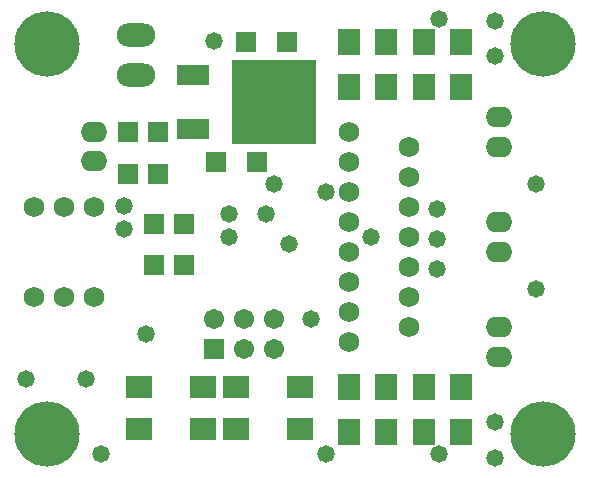
<source format=gts>
G04 Layer_Color=8388736*
%FSLAX25Y25*%
%MOIN*%
G70*
G01*
G75*
%ADD31R,0.08674X0.07493*%
%ADD32R,0.06706X0.06706*%
%ADD33R,0.07414X0.08674*%
%ADD34R,0.06706X0.06706*%
%ADD35R,0.28359X0.28359*%
%ADD36R,0.10642X0.06706*%
%ADD37O,0.08800X0.06800*%
%ADD38C,0.06800*%
%ADD39C,0.06706*%
%ADD40C,0.21745*%
%ADD41O,0.12800X0.07800*%
%ADD42C,0.05800*%
D31*
X63189Y15689D02*
D03*
Y1516D02*
D03*
X84449D02*
D03*
Y15689D02*
D03*
X30689D02*
D03*
Y1516D02*
D03*
X51949D02*
D03*
Y15689D02*
D03*
D32*
X37189Y100579D02*
D03*
Y86799D02*
D03*
X27189Y86799D02*
D03*
Y100579D02*
D03*
X35689Y70079D02*
D03*
Y56299D02*
D03*
X45689Y56299D02*
D03*
Y70079D02*
D03*
D33*
X138189Y130689D02*
D03*
Y115689D02*
D03*
X100689D02*
D03*
Y130689D02*
D03*
Y689D02*
D03*
Y15689D02*
D03*
X138189D02*
D03*
Y689D02*
D03*
X125689Y115689D02*
D03*
Y130689D02*
D03*
X113189D02*
D03*
Y115689D02*
D03*
Y15689D02*
D03*
Y689D02*
D03*
X125689D02*
D03*
Y15689D02*
D03*
D34*
X80079Y130689D02*
D03*
X66299D02*
D03*
X56299Y90689D02*
D03*
X70079D02*
D03*
X55689Y28189D02*
D03*
D35*
X75689Y110689D02*
D03*
D36*
X48689Y119689D02*
D03*
Y101689D02*
D03*
D37*
X15689Y90847D02*
D03*
Y100689D02*
D03*
X150689Y105532D02*
D03*
Y95689D02*
D03*
Y35531D02*
D03*
Y25689D02*
D03*
Y70531D02*
D03*
Y60689D02*
D03*
D38*
X15689Y75689D02*
D03*
X5689D02*
D03*
X-4311D02*
D03*
Y45689D02*
D03*
X5689D02*
D03*
X15689D02*
D03*
X100689Y30689D02*
D03*
X120689Y95689D02*
D03*
Y85689D02*
D03*
Y75689D02*
D03*
Y65689D02*
D03*
Y55689D02*
D03*
Y45689D02*
D03*
Y35689D02*
D03*
X100689Y90689D02*
D03*
Y80689D02*
D03*
Y70689D02*
D03*
Y60689D02*
D03*
Y50689D02*
D03*
Y40689D02*
D03*
Y100689D02*
D03*
D39*
X75689Y38189D02*
D03*
Y28189D02*
D03*
X65689Y38189D02*
D03*
Y28189D02*
D03*
X55689Y38189D02*
D03*
D40*
X0Y0D02*
D03*
X165354D02*
D03*
Y129921D02*
D03*
X0D02*
D03*
D41*
X29689Y133075D02*
D03*
Y119689D02*
D03*
D42*
X55689Y130847D02*
D03*
X25689Y75846D02*
D03*
X163189Y83189D02*
D03*
Y48189D02*
D03*
X93189Y-6811D02*
D03*
X149606Y-7874D02*
D03*
X18189Y-6811D02*
D03*
X13189Y18189D02*
D03*
X-6811D02*
D03*
X75689Y83189D02*
D03*
X60689Y65689D02*
D03*
X25689Y68189D02*
D03*
X33189Y33189D02*
D03*
X130689Y138189D02*
D03*
Y-6811D02*
D03*
X60689Y73189D02*
D03*
X88189Y38189D02*
D03*
X93189Y80689D02*
D03*
X80689Y63189D02*
D03*
X73189Y73189D02*
D03*
X108189Y65689D02*
D03*
X149606Y137795D02*
D03*
Y125984D02*
D03*
Y3937D02*
D03*
X130000Y65000D02*
D03*
Y75000D02*
D03*
Y55000D02*
D03*
M02*

</source>
